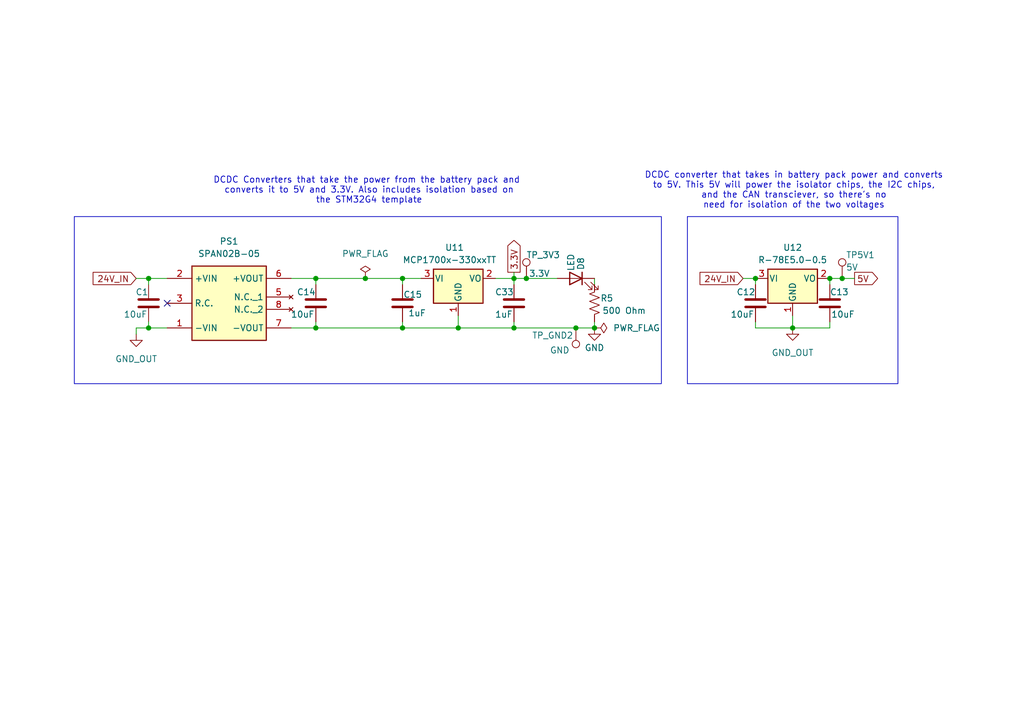
<source format=kicad_sch>
(kicad_sch
	(version 20250114)
	(generator "eeschema")
	(generator_version "9.0")
	(uuid "1c3a72f1-eda5-4a0b-b510-3c8b9a61dfb0")
	(paper "A5")
	(lib_symbols
		(symbol "Connector:TestPoint"
			(pin_numbers
				(hide yes)
			)
			(pin_names
				(offset 0.762)
				(hide yes)
			)
			(exclude_from_sim no)
			(in_bom yes)
			(on_board yes)
			(property "Reference" "TP"
				(at 0 6.858 0)
				(effects
					(font
						(size 1.27 1.27)
					)
				)
			)
			(property "Value" "TestPoint"
				(at 0 5.08 0)
				(effects
					(font
						(size 1.27 1.27)
					)
				)
			)
			(property "Footprint" ""
				(at 5.08 0 0)
				(effects
					(font
						(size 1.27 1.27)
					)
					(hide yes)
				)
			)
			(property "Datasheet" "~"
				(at 5.08 0 0)
				(effects
					(font
						(size 1.27 1.27)
					)
					(hide yes)
				)
			)
			(property "Description" "test point"
				(at 0 0 0)
				(effects
					(font
						(size 1.27 1.27)
					)
					(hide yes)
				)
			)
			(property "ki_keywords" "test point tp"
				(at 0 0 0)
				(effects
					(font
						(size 1.27 1.27)
					)
					(hide yes)
				)
			)
			(property "ki_fp_filters" "Pin* Test*"
				(at 0 0 0)
				(effects
					(font
						(size 1.27 1.27)
					)
					(hide yes)
				)
			)
			(symbol "TestPoint_0_1"
				(circle
					(center 0 3.302)
					(radius 0.762)
					(stroke
						(width 0)
						(type default)
					)
					(fill
						(type none)
					)
				)
			)
			(symbol "TestPoint_1_1"
				(pin passive line
					(at 0 0 90)
					(length 2.54)
					(name "1"
						(effects
							(font
								(size 1.27 1.27)
							)
						)
					)
					(number "1"
						(effects
							(font
								(size 1.27 1.27)
							)
						)
					)
				)
			)
			(embedded_fonts no)
		)
		(symbol "Device:C"
			(pin_numbers
				(hide yes)
			)
			(pin_names
				(offset 0.254)
			)
			(exclude_from_sim no)
			(in_bom yes)
			(on_board yes)
			(property "Reference" "C"
				(at 0.635 2.54 0)
				(effects
					(font
						(size 1.27 1.27)
					)
					(justify left)
				)
			)
			(property "Value" "C"
				(at 0.635 -2.54 0)
				(effects
					(font
						(size 1.27 1.27)
					)
					(justify left)
				)
			)
			(property "Footprint" ""
				(at 0.9652 -3.81 0)
				(effects
					(font
						(size 1.27 1.27)
					)
					(hide yes)
				)
			)
			(property "Datasheet" "~"
				(at 0 0 0)
				(effects
					(font
						(size 1.27 1.27)
					)
					(hide yes)
				)
			)
			(property "Description" "Unpolarized capacitor"
				(at 0 0 0)
				(effects
					(font
						(size 1.27 1.27)
					)
					(hide yes)
				)
			)
			(property "ki_keywords" "cap capacitor"
				(at 0 0 0)
				(effects
					(font
						(size 1.27 1.27)
					)
					(hide yes)
				)
			)
			(property "ki_fp_filters" "C_*"
				(at 0 0 0)
				(effects
					(font
						(size 1.27 1.27)
					)
					(hide yes)
				)
			)
			(symbol "C_0_1"
				(polyline
					(pts
						(xy -2.032 0.762) (xy 2.032 0.762)
					)
					(stroke
						(width 0.508)
						(type default)
					)
					(fill
						(type none)
					)
				)
				(polyline
					(pts
						(xy -2.032 -0.762) (xy 2.032 -0.762)
					)
					(stroke
						(width 0.508)
						(type default)
					)
					(fill
						(type none)
					)
				)
			)
			(symbol "C_1_1"
				(pin passive line
					(at 0 3.81 270)
					(length 2.794)
					(name "~"
						(effects
							(font
								(size 1.27 1.27)
							)
						)
					)
					(number "1"
						(effects
							(font
								(size 1.27 1.27)
							)
						)
					)
				)
				(pin passive line
					(at 0 -3.81 90)
					(length 2.794)
					(name "~"
						(effects
							(font
								(size 1.27 1.27)
							)
						)
					)
					(number "2"
						(effects
							(font
								(size 1.27 1.27)
							)
						)
					)
				)
			)
			(embedded_fonts no)
		)
		(symbol "Device:LED"
			(pin_numbers
				(hide yes)
			)
			(pin_names
				(offset 1.016)
				(hide yes)
			)
			(exclude_from_sim no)
			(in_bom yes)
			(on_board yes)
			(property "Reference" "D"
				(at 0 2.54 0)
				(effects
					(font
						(size 1.27 1.27)
					)
				)
			)
			(property "Value" "LED"
				(at 0 -2.54 0)
				(effects
					(font
						(size 1.27 1.27)
					)
				)
			)
			(property "Footprint" ""
				(at 0 0 0)
				(effects
					(font
						(size 1.27 1.27)
					)
					(hide yes)
				)
			)
			(property "Datasheet" "~"
				(at 0 0 0)
				(effects
					(font
						(size 1.27 1.27)
					)
					(hide yes)
				)
			)
			(property "Description" "Light emitting diode"
				(at 0 0 0)
				(effects
					(font
						(size 1.27 1.27)
					)
					(hide yes)
				)
			)
			(property "Sim.Pins" "1=K 2=A"
				(at 0 0 0)
				(effects
					(font
						(size 1.27 1.27)
					)
					(hide yes)
				)
			)
			(property "ki_keywords" "LED diode"
				(at 0 0 0)
				(effects
					(font
						(size 1.27 1.27)
					)
					(hide yes)
				)
			)
			(property "ki_fp_filters" "LED* LED_SMD:* LED_THT:*"
				(at 0 0 0)
				(effects
					(font
						(size 1.27 1.27)
					)
					(hide yes)
				)
			)
			(symbol "LED_0_1"
				(polyline
					(pts
						(xy -3.048 -0.762) (xy -4.572 -2.286) (xy -3.81 -2.286) (xy -4.572 -2.286) (xy -4.572 -1.524)
					)
					(stroke
						(width 0)
						(type default)
					)
					(fill
						(type none)
					)
				)
				(polyline
					(pts
						(xy -1.778 -0.762) (xy -3.302 -2.286) (xy -2.54 -2.286) (xy -3.302 -2.286) (xy -3.302 -1.524)
					)
					(stroke
						(width 0)
						(type default)
					)
					(fill
						(type none)
					)
				)
				(polyline
					(pts
						(xy -1.27 0) (xy 1.27 0)
					)
					(stroke
						(width 0)
						(type default)
					)
					(fill
						(type none)
					)
				)
				(polyline
					(pts
						(xy -1.27 -1.27) (xy -1.27 1.27)
					)
					(stroke
						(width 0.254)
						(type default)
					)
					(fill
						(type none)
					)
				)
				(polyline
					(pts
						(xy 1.27 -1.27) (xy 1.27 1.27) (xy -1.27 0) (xy 1.27 -1.27)
					)
					(stroke
						(width 0.254)
						(type default)
					)
					(fill
						(type none)
					)
				)
			)
			(symbol "LED_1_1"
				(pin passive line
					(at -3.81 0 0)
					(length 2.54)
					(name "K"
						(effects
							(font
								(size 1.27 1.27)
							)
						)
					)
					(number "1"
						(effects
							(font
								(size 1.27 1.27)
							)
						)
					)
				)
				(pin passive line
					(at 3.81 0 180)
					(length 2.54)
					(name "A"
						(effects
							(font
								(size 1.27 1.27)
							)
						)
					)
					(number "2"
						(effects
							(font
								(size 1.27 1.27)
							)
						)
					)
				)
			)
			(embedded_fonts no)
		)
		(symbol "Device:R_US"
			(pin_numbers
				(hide yes)
			)
			(pin_names
				(offset 0)
			)
			(exclude_from_sim no)
			(in_bom yes)
			(on_board yes)
			(property "Reference" "R"
				(at 2.54 0 90)
				(effects
					(font
						(size 1.27 1.27)
					)
				)
			)
			(property "Value" "R_US"
				(at -2.54 0 90)
				(effects
					(font
						(size 1.27 1.27)
					)
				)
			)
			(property "Footprint" ""
				(at 1.016 -0.254 90)
				(effects
					(font
						(size 1.27 1.27)
					)
					(hide yes)
				)
			)
			(property "Datasheet" "~"
				(at 0 0 0)
				(effects
					(font
						(size 1.27 1.27)
					)
					(hide yes)
				)
			)
			(property "Description" "Resistor, US symbol"
				(at 0 0 0)
				(effects
					(font
						(size 1.27 1.27)
					)
					(hide yes)
				)
			)
			(property "ki_keywords" "R res resistor"
				(at 0 0 0)
				(effects
					(font
						(size 1.27 1.27)
					)
					(hide yes)
				)
			)
			(property "ki_fp_filters" "R_*"
				(at 0 0 0)
				(effects
					(font
						(size 1.27 1.27)
					)
					(hide yes)
				)
			)
			(symbol "R_US_0_1"
				(polyline
					(pts
						(xy 0 2.286) (xy 0 2.54)
					)
					(stroke
						(width 0)
						(type default)
					)
					(fill
						(type none)
					)
				)
				(polyline
					(pts
						(xy 0 2.286) (xy 1.016 1.905) (xy 0 1.524) (xy -1.016 1.143) (xy 0 0.762)
					)
					(stroke
						(width 0)
						(type default)
					)
					(fill
						(type none)
					)
				)
				(polyline
					(pts
						(xy 0 0.762) (xy 1.016 0.381) (xy 0 0) (xy -1.016 -0.381) (xy 0 -0.762)
					)
					(stroke
						(width 0)
						(type default)
					)
					(fill
						(type none)
					)
				)
				(polyline
					(pts
						(xy 0 -0.762) (xy 1.016 -1.143) (xy 0 -1.524) (xy -1.016 -1.905) (xy 0 -2.286)
					)
					(stroke
						(width 0)
						(type default)
					)
					(fill
						(type none)
					)
				)
				(polyline
					(pts
						(xy 0 -2.286) (xy 0 -2.54)
					)
					(stroke
						(width 0)
						(type default)
					)
					(fill
						(type none)
					)
				)
			)
			(symbol "R_US_1_1"
				(pin passive line
					(at 0 3.81 270)
					(length 1.27)
					(name "~"
						(effects
							(font
								(size 1.27 1.27)
							)
						)
					)
					(number "1"
						(effects
							(font
								(size 1.27 1.27)
							)
						)
					)
				)
				(pin passive line
					(at 0 -3.81 90)
					(length 1.27)
					(name "~"
						(effects
							(font
								(size 1.27 1.27)
							)
						)
					)
					(number "2"
						(effects
							(font
								(size 1.27 1.27)
							)
						)
					)
				)
			)
			(embedded_fonts no)
		)
		(symbol "GTSR_symbol_lib:SPAN02B-05"
			(exclude_from_sim no)
			(in_bom yes)
			(on_board yes)
			(property "Reference" "PS"
				(at 21.59 7.62 0)
				(effects
					(font
						(size 1.27 1.27)
					)
					(justify left top)
				)
			)
			(property "Value" "SPAN02B-05"
				(at 21.59 5.08 0)
				(effects
					(font
						(size 1.27 1.27)
					)
					(justify left top)
				)
			)
			(property "Footprint" "SPAN02B05"
				(at 21.59 -94.92 0)
				(effects
					(font
						(size 1.27 1.27)
					)
					(justify left top)
					(hide yes)
				)
			)
			(property "Datasheet" "https://www.meanwell-web.com/content/files/pdfs/productPdfs/MW/SPAN02/SPAN02,DPAN02-spec.pdf"
				(at 21.59 -194.92 0)
				(effects
					(font
						(size 1.27 1.27)
					)
					(justify left top)
					(hide yes)
				)
			)
			(property "Description" "Module DC-DC 24VIN 1-OUT 5V 0.4A 2W 7-Pin SIP Module"
				(at 0 0 0)
				(effects
					(font
						(size 1.27 1.27)
					)
					(hide yes)
				)
			)
			(property "Height" "11.6"
				(at 21.59 -394.92 0)
				(effects
					(font
						(size 1.27 1.27)
					)
					(justify left top)
					(hide yes)
				)
			)
			(property "Mouser Part Number" "709-SPAN02B-05"
				(at 21.59 -494.92 0)
				(effects
					(font
						(size 1.27 1.27)
					)
					(justify left top)
					(hide yes)
				)
			)
			(property "Mouser Price/Stock" "https://www.mouser.co.uk/ProductDetail/MEAN-WELL/SPAN02B-05?qs=5aG0NVq1C4zQL7lFC84BJA%3D%3D"
				(at 21.59 -594.92 0)
				(effects
					(font
						(size 1.27 1.27)
					)
					(justify left top)
					(hide yes)
				)
			)
			(property "Manufacturer_Name" "Mean Well"
				(at 21.59 -694.92 0)
				(effects
					(font
						(size 1.27 1.27)
					)
					(justify left top)
					(hide yes)
				)
			)
			(property "Manufacturer_Part_Number" "SPAN02B-05"
				(at 21.59 -794.92 0)
				(effects
					(font
						(size 1.27 1.27)
					)
					(justify left top)
					(hide yes)
				)
			)
			(symbol "SPAN02B-05_1_1"
				(rectangle
					(start 5.08 2.54)
					(end 20.32 -12.7)
					(stroke
						(width 0.254)
						(type default)
					)
					(fill
						(type background)
					)
				)
				(pin passive line
					(at 0 0 0)
					(length 5.08)
					(name "+VIN"
						(effects
							(font
								(size 1.27 1.27)
							)
						)
					)
					(number "2"
						(effects
							(font
								(size 1.27 1.27)
							)
						)
					)
				)
				(pin passive line
					(at 0 -5.08 0)
					(length 5.08)
					(name "R.C."
						(effects
							(font
								(size 1.27 1.27)
							)
						)
					)
					(number "3"
						(effects
							(font
								(size 1.27 1.27)
							)
						)
					)
				)
				(pin passive line
					(at 0 -10.16 0)
					(length 5.08)
					(name "-VIN"
						(effects
							(font
								(size 1.27 1.27)
							)
						)
					)
					(number "1"
						(effects
							(font
								(size 1.27 1.27)
							)
						)
					)
				)
				(pin passive line
					(at 25.4 0 180)
					(length 5.08)
					(name "+VOUT"
						(effects
							(font
								(size 1.27 1.27)
							)
						)
					)
					(number "6"
						(effects
							(font
								(size 1.27 1.27)
							)
						)
					)
				)
				(pin no_connect line
					(at 25.4 -3.81 180)
					(length 5.08)
					(name "N.C._1"
						(effects
							(font
								(size 1.27 1.27)
							)
						)
					)
					(number "5"
						(effects
							(font
								(size 1.27 1.27)
							)
						)
					)
				)
				(pin no_connect line
					(at 25.4 -6.35 180)
					(length 5.08)
					(name "N.C._2"
						(effects
							(font
								(size 1.27 1.27)
							)
						)
					)
					(number "8"
						(effects
							(font
								(size 1.27 1.27)
							)
						)
					)
				)
				(pin passive line
					(at 25.4 -10.16 180)
					(length 5.08)
					(name "-VOUT"
						(effects
							(font
								(size 1.27 1.27)
							)
						)
					)
					(number "7"
						(effects
							(font
								(size 1.27 1.27)
							)
						)
					)
				)
			)
			(embedded_fonts no)
		)
		(symbol "Regulator_Linear:MCP1700x-330xxTT"
			(pin_names
				(offset 0.254)
			)
			(exclude_from_sim no)
			(in_bom yes)
			(on_board yes)
			(property "Reference" "U"
				(at -3.81 3.175 0)
				(effects
					(font
						(size 1.27 1.27)
					)
				)
			)
			(property "Value" "MCP1700x-330xxTT"
				(at 0 3.175 0)
				(effects
					(font
						(size 1.27 1.27)
					)
					(justify left)
				)
			)
			(property "Footprint" "Package_TO_SOT_SMD:SOT-23"
				(at 0 5.715 0)
				(effects
					(font
						(size 1.27 1.27)
					)
					(hide yes)
				)
			)
			(property "Datasheet" "http://ww1.microchip.com/downloads/en/DeviceDoc/20001826D.pdf"
				(at 0 0 0)
				(effects
					(font
						(size 1.27 1.27)
					)
					(hide yes)
				)
			)
			(property "Description" "250mA Low Quiscent Current LDO, 3.3V output, SOT-23"
				(at 0 0 0)
				(effects
					(font
						(size 1.27 1.27)
					)
					(hide yes)
				)
			)
			(property "ki_keywords" "regulator linear ldo"
				(at 0 0 0)
				(effects
					(font
						(size 1.27 1.27)
					)
					(hide yes)
				)
			)
			(property "ki_fp_filters" "SOT?23*"
				(at 0 0 0)
				(effects
					(font
						(size 1.27 1.27)
					)
					(hide yes)
				)
			)
			(symbol "MCP1700x-330xxTT_0_1"
				(rectangle
					(start -5.08 1.905)
					(end 5.08 -5.08)
					(stroke
						(width 0.254)
						(type default)
					)
					(fill
						(type background)
					)
				)
			)
			(symbol "MCP1700x-330xxTT_1_1"
				(pin power_in line
					(at -7.62 0 0)
					(length 2.54)
					(name "VI"
						(effects
							(font
								(size 1.27 1.27)
							)
						)
					)
					(number "3"
						(effects
							(font
								(size 1.27 1.27)
							)
						)
					)
				)
				(pin power_in line
					(at 0 -7.62 90)
					(length 2.54)
					(name "GND"
						(effects
							(font
								(size 1.27 1.27)
							)
						)
					)
					(number "1"
						(effects
							(font
								(size 1.27 1.27)
							)
						)
					)
				)
				(pin power_out line
					(at 7.62 0 180)
					(length 2.54)
					(name "VO"
						(effects
							(font
								(size 1.27 1.27)
							)
						)
					)
					(number "2"
						(effects
							(font
								(size 1.27 1.27)
							)
						)
					)
				)
			)
			(embedded_fonts no)
		)
		(symbol "power:GND"
			(power)
			(pin_numbers
				(hide yes)
			)
			(pin_names
				(offset 0)
				(hide yes)
			)
			(exclude_from_sim no)
			(in_bom yes)
			(on_board yes)
			(property "Reference" "#PWR"
				(at 0 -6.35 0)
				(effects
					(font
						(size 1.27 1.27)
					)
					(hide yes)
				)
			)
			(property "Value" "GND"
				(at 0 -3.81 0)
				(effects
					(font
						(size 1.27 1.27)
					)
				)
			)
			(property "Footprint" ""
				(at 0 0 0)
				(effects
					(font
						(size 1.27 1.27)
					)
					(hide yes)
				)
			)
			(property "Datasheet" ""
				(at 0 0 0)
				(effects
					(font
						(size 1.27 1.27)
					)
					(hide yes)
				)
			)
			(property "Description" "Power symbol creates a global label with name \"GND\" , ground"
				(at 0 0 0)
				(effects
					(font
						(size 1.27 1.27)
					)
					(hide yes)
				)
			)
			(property "ki_keywords" "global power"
				(at 0 0 0)
				(effects
					(font
						(size 1.27 1.27)
					)
					(hide yes)
				)
			)
			(symbol "GND_0_1"
				(polyline
					(pts
						(xy 0 0) (xy 0 -1.27) (xy 1.27 -1.27) (xy 0 -2.54) (xy -1.27 -1.27) (xy 0 -1.27)
					)
					(stroke
						(width 0)
						(type default)
					)
					(fill
						(type none)
					)
				)
			)
			(symbol "GND_1_1"
				(pin power_in line
					(at 0 0 270)
					(length 0)
					(name "~"
						(effects
							(font
								(size 1.27 1.27)
							)
						)
					)
					(number "1"
						(effects
							(font
								(size 1.27 1.27)
							)
						)
					)
				)
			)
			(embedded_fonts no)
		)
		(symbol "power:PWR_FLAG"
			(power)
			(pin_numbers
				(hide yes)
			)
			(pin_names
				(offset 0)
				(hide yes)
			)
			(exclude_from_sim no)
			(in_bom yes)
			(on_board yes)
			(property "Reference" "#FLG"
				(at 0 1.905 0)
				(effects
					(font
						(size 1.27 1.27)
					)
					(hide yes)
				)
			)
			(property "Value" "PWR_FLAG"
				(at 0 3.81 0)
				(effects
					(font
						(size 1.27 1.27)
					)
				)
			)
			(property "Footprint" ""
				(at 0 0 0)
				(effects
					(font
						(size 1.27 1.27)
					)
					(hide yes)
				)
			)
			(property "Datasheet" "~"
				(at 0 0 0)
				(effects
					(font
						(size 1.27 1.27)
					)
					(hide yes)
				)
			)
			(property "Description" "Special symbol for telling ERC where power comes from"
				(at 0 0 0)
				(effects
					(font
						(size 1.27 1.27)
					)
					(hide yes)
				)
			)
			(property "ki_keywords" "flag power"
				(at 0 0 0)
				(effects
					(font
						(size 1.27 1.27)
					)
					(hide yes)
				)
			)
			(symbol "PWR_FLAG_0_0"
				(pin power_out line
					(at 0 0 90)
					(length 0)
					(name "~"
						(effects
							(font
								(size 1.27 1.27)
							)
						)
					)
					(number "1"
						(effects
							(font
								(size 1.27 1.27)
							)
						)
					)
				)
			)
			(symbol "PWR_FLAG_0_1"
				(polyline
					(pts
						(xy 0 0) (xy 0 1.27) (xy -1.016 1.905) (xy 0 2.54) (xy 1.016 1.905) (xy 0 1.27)
					)
					(stroke
						(width 0)
						(type default)
					)
					(fill
						(type none)
					)
				)
			)
			(embedded_fonts no)
		)
	)
	(rectangle
		(start 15.24 44.45)
		(end 135.636 78.74)
		(stroke
			(width 0)
			(type default)
		)
		(fill
			(type none)
		)
		(uuid 910fd72d-d178-48d4-8362-4134908fd61a)
	)
	(rectangle
		(start 140.97 44.45)
		(end 184.15 78.74)
		(stroke
			(width 0)
			(type default)
		)
		(fill
			(type none)
		)
		(uuid de58dbdf-9448-40de-aed0-d3c4c4971357)
	)
	(text "DCDC Converters that take the power from the battery pack and \nconverts it to 5V and 3.3V. Also includes isolation based on\nthe STM32G4 template"
		(exclude_from_sim no)
		(at 75.692 39.116 0)
		(effects
			(font
				(size 1.27 1.27)
			)
		)
		(uuid "afa46d5f-eaa7-4d5f-b520-557b0c74caeb")
	)
	(text "DCDC converter that takes in battery pack power and converts\nto 5V. This 5V will power the isolator chips, the I2C chips,\nand the CAN transciever, so there's no\nneed for isolation of the two voltages"
		(exclude_from_sim no)
		(at 162.814 39.116 0)
		(effects
			(font
				(size 1.27 1.27)
			)
		)
		(uuid "ff121273-2d72-490c-a0f4-b7342d1da92e")
	)
	(junction
		(at 30.48 67.31)
		(diameter 0)
		(color 0 0 0 0)
		(uuid "24bb40a7-d079-4025-87cb-335c42fcd105")
	)
	(junction
		(at 172.72 57.15)
		(diameter 0)
		(color 0 0 0 0)
		(uuid "41314c8b-67dd-4b15-bd0a-9fc1f162e674")
	)
	(junction
		(at 93.98 67.31)
		(diameter 0)
		(color 0 0 0 0)
		(uuid "53c9d760-9897-4ec5-a2e7-4d3e950e2f10")
	)
	(junction
		(at 154.94 57.15)
		(diameter 0)
		(color 0 0 0 0)
		(uuid "58c0ed07-658d-4433-bd0f-471bf9d7d872")
	)
	(junction
		(at 105.41 57.15)
		(diameter 0)
		(color 0 0 0 0)
		(uuid "6400fc7c-caee-4a54-9041-20b6f6aa21e6")
	)
	(junction
		(at 64.77 67.31)
		(diameter 0)
		(color 0 0 0 0)
		(uuid "6e2a5a50-28a7-4fab-84a2-01597ba3d598")
	)
	(junction
		(at 64.77 57.15)
		(diameter 0)
		(color 0 0 0 0)
		(uuid "7a517c01-5b25-4704-8f2f-44b9d24b7f8b")
	)
	(junction
		(at 107.95 57.15)
		(diameter 0)
		(color 0 0 0 0)
		(uuid "8adaffd4-cf8e-4849-9a79-3dac408a5821")
	)
	(junction
		(at 170.18 57.15)
		(diameter 0)
		(color 0 0 0 0)
		(uuid "9491a2df-6238-4b1d-93d2-0d766b3c21ed")
	)
	(junction
		(at 82.55 57.15)
		(diameter 0)
		(color 0 0 0 0)
		(uuid "c3132159-45b5-48e0-9051-c116d13c3eab")
	)
	(junction
		(at 82.55 67.31)
		(diameter 0)
		(color 0 0 0 0)
		(uuid "c45a2f78-ce5b-4a81-99d6-3d2564d99b8d")
	)
	(junction
		(at 105.41 67.31)
		(diameter 0)
		(color 0 0 0 0)
		(uuid "d21fecc5-1ed9-491a-bab0-98295d6b4500")
	)
	(junction
		(at 121.92 67.31)
		(diameter 0)
		(color 0 0 0 0)
		(uuid "d7fffd79-b469-4162-8715-99a193d816e3")
	)
	(junction
		(at 118.11 67.31)
		(diameter 0)
		(color 0 0 0 0)
		(uuid "e6a9daca-5f68-4e7d-9dd4-719d1db7e6b3")
	)
	(junction
		(at 162.56 67.31)
		(diameter 0)
		(color 0 0 0 0)
		(uuid "e903afc0-109d-48c4-a0f9-0dc27c8670ab")
	)
	(junction
		(at 30.48 57.15)
		(diameter 0)
		(color 0 0 0 0)
		(uuid "f570e750-37d5-4d8b-9293-e9be847f409d")
	)
	(junction
		(at 74.93 57.15)
		(diameter 0)
		(color 0 0 0 0)
		(uuid "fec7a605-5e4e-42e1-84ad-6a492ad47b96")
	)
	(no_connect
		(at 34.29 62.23)
		(uuid "0fb6fa31-da06-4657-b41d-f95cb99bf1ff")
	)
	(wire
		(pts
			(xy 27.94 57.15) (xy 30.48 57.15)
		)
		(stroke
			(width 0)
			(type default)
		)
		(uuid "07b80ffa-e418-4770-9418-e6be520ac4f7")
	)
	(wire
		(pts
			(xy 152.4 57.15) (xy 154.94 57.15)
		)
		(stroke
			(width 0)
			(type default)
		)
		(uuid "0c319bc3-e2df-4c59-b9a8-9948484b092b")
	)
	(wire
		(pts
			(xy 30.48 57.15) (xy 34.29 57.15)
		)
		(stroke
			(width 0)
			(type default)
		)
		(uuid "11581483-4746-4b95-958d-d8e34f4543ce")
	)
	(wire
		(pts
			(xy 82.55 57.15) (xy 82.55 58.42)
		)
		(stroke
			(width 0)
			(type default)
		)
		(uuid "13ce701c-6905-415c-8c35-df80439ab667")
	)
	(wire
		(pts
			(xy 121.92 67.31) (xy 118.11 67.31)
		)
		(stroke
			(width 0)
			(type default)
		)
		(uuid "15a45dd8-cb15-4f26-a239-9953fe627a56")
	)
	(wire
		(pts
			(xy 170.18 57.15) (xy 170.18 58.42)
		)
		(stroke
			(width 0)
			(type default)
		)
		(uuid "17e1a7aa-8767-4fdb-a7f6-f6616300ab05")
	)
	(wire
		(pts
			(xy 30.48 66.04) (xy 30.48 67.31)
		)
		(stroke
			(width 0)
			(type default)
		)
		(uuid "1b1177f4-8936-492c-920f-189d652c930b")
	)
	(wire
		(pts
			(xy 105.41 67.31) (xy 105.41 66.04)
		)
		(stroke
			(width 0)
			(type default)
		)
		(uuid "2efa2fd7-6a72-43a6-9141-8f63e7063125")
	)
	(wire
		(pts
			(xy 101.6 57.15) (xy 105.41 57.15)
		)
		(stroke
			(width 0)
			(type default)
		)
		(uuid "3b756e21-3fb6-4dd1-bdfd-22cb3cbef2ed")
	)
	(wire
		(pts
			(xy 30.48 58.42) (xy 30.48 57.15)
		)
		(stroke
			(width 0)
			(type default)
		)
		(uuid "3c9ece10-2145-4f47-801f-69840bb31674")
	)
	(wire
		(pts
			(xy 59.69 67.31) (xy 64.77 67.31)
		)
		(stroke
			(width 0)
			(type default)
		)
		(uuid "570300a3-e7d6-4883-8fcb-f526f90a477e")
	)
	(wire
		(pts
			(xy 59.69 57.15) (xy 64.77 57.15)
		)
		(stroke
			(width 0)
			(type default)
		)
		(uuid "611e0086-7598-46c6-b41a-34f66b85c1c2")
	)
	(wire
		(pts
			(xy 93.98 67.31) (xy 93.98 64.77)
		)
		(stroke
			(width 0)
			(type default)
		)
		(uuid "63d52582-2a7f-416e-9b97-fcaadf1b79cb")
	)
	(wire
		(pts
			(xy 105.41 57.15) (xy 105.41 58.42)
		)
		(stroke
			(width 0)
			(type default)
		)
		(uuid "64d45e41-647b-4641-8a79-27ea25ae3317")
	)
	(wire
		(pts
			(xy 121.92 66.04) (xy 121.92 67.31)
		)
		(stroke
			(width 0)
			(type default)
		)
		(uuid "6e3ac31b-fc8f-43ec-9b3e-053cf57b3b96")
	)
	(wire
		(pts
			(xy 64.77 57.15) (xy 74.93 57.15)
		)
		(stroke
			(width 0)
			(type default)
		)
		(uuid "6f44af16-2bf8-4702-ae6b-8ef62709f502")
	)
	(wire
		(pts
			(xy 82.55 57.15) (xy 86.36 57.15)
		)
		(stroke
			(width 0)
			(type default)
		)
		(uuid "784db23f-5903-413e-b22b-b6fb2ac9bc8b")
	)
	(wire
		(pts
			(xy 27.94 68.58) (xy 27.94 67.31)
		)
		(stroke
			(width 0)
			(type default)
		)
		(uuid "7afce0e3-7f31-49a5-942c-ab3f86f863b7")
	)
	(wire
		(pts
			(xy 121.92 57.15) (xy 121.92 58.42)
		)
		(stroke
			(width 0)
			(type default)
		)
		(uuid "7e6d56c6-f486-4d9b-826f-a28f6078d4ac")
	)
	(wire
		(pts
			(xy 34.29 67.31) (xy 30.48 67.31)
		)
		(stroke
			(width 0)
			(type default)
		)
		(uuid "80d13a07-07da-4f65-b0e1-592ae8a47052")
	)
	(wire
		(pts
			(xy 74.93 57.15) (xy 82.55 57.15)
		)
		(stroke
			(width 0)
			(type default)
		)
		(uuid "8603e9af-9668-4ae6-9d43-7d4c81754516")
	)
	(wire
		(pts
			(xy 64.77 66.04) (xy 64.77 67.31)
		)
		(stroke
			(width 0)
			(type default)
		)
		(uuid "8e881bbb-5770-4122-bec7-6f1d9e068092")
	)
	(wire
		(pts
			(xy 162.56 67.31) (xy 170.18 67.31)
		)
		(stroke
			(width 0)
			(type default)
		)
		(uuid "8f6519eb-2d2e-4f93-a920-c5d9c37aec2a")
	)
	(wire
		(pts
			(xy 154.94 66.04) (xy 154.94 67.31)
		)
		(stroke
			(width 0)
			(type default)
		)
		(uuid "97dd4a20-e8c3-45a8-8fe3-474f1958cb1c")
	)
	(wire
		(pts
			(xy 82.55 67.31) (xy 93.98 67.31)
		)
		(stroke
			(width 0)
			(type default)
		)
		(uuid "9e997f51-6f26-4e38-ad5d-581a4f92c6b2")
	)
	(wire
		(pts
			(xy 82.55 66.04) (xy 82.55 67.31)
		)
		(stroke
			(width 0)
			(type default)
		)
		(uuid "a317b4c6-fd25-46c7-8851-27c14a35b4dd")
	)
	(wire
		(pts
			(xy 105.41 57.15) (xy 107.95 57.15)
		)
		(stroke
			(width 0)
			(type default)
		)
		(uuid "a5952b10-1412-4f02-aca3-c6b7c12f85f2")
	)
	(wire
		(pts
			(xy 154.94 67.31) (xy 162.56 67.31)
		)
		(stroke
			(width 0)
			(type default)
		)
		(uuid "ad50c732-1af4-4291-b56c-dcb4303a80f0")
	)
	(wire
		(pts
			(xy 107.95 57.15) (xy 114.3 57.15)
		)
		(stroke
			(width 0)
			(type default)
		)
		(uuid "bbc08989-551b-4fc9-9700-fba65d66b66d")
	)
	(wire
		(pts
			(xy 154.94 58.42) (xy 154.94 57.15)
		)
		(stroke
			(width 0)
			(type default)
		)
		(uuid "bd893d3f-5679-473e-9e49-74b83abcbc47")
	)
	(wire
		(pts
			(xy 172.72 57.15) (xy 175.26 57.15)
		)
		(stroke
			(width 0)
			(type default)
		)
		(uuid "d1d82f8d-ccba-45e8-b281-d4e55608ca7e")
	)
	(wire
		(pts
			(xy 64.77 67.31) (xy 82.55 67.31)
		)
		(stroke
			(width 0)
			(type default)
		)
		(uuid "d67a21df-9612-4653-95ba-6597fa61e728")
	)
	(wire
		(pts
			(xy 162.56 64.77) (xy 162.56 67.31)
		)
		(stroke
			(width 0)
			(type default)
		)
		(uuid "d8e04925-a3da-4d29-8e69-f56a1d3fcdb7")
	)
	(wire
		(pts
			(xy 93.98 67.31) (xy 105.41 67.31)
		)
		(stroke
			(width 0)
			(type default)
		)
		(uuid "dd29e816-cc59-4277-a3a7-f944598cafb6")
	)
	(wire
		(pts
			(xy 27.94 67.31) (xy 30.48 67.31)
		)
		(stroke
			(width 0)
			(type default)
		)
		(uuid "ddf2ceb9-d785-419c-8293-acaf4c8d6978")
	)
	(wire
		(pts
			(xy 118.11 67.31) (xy 105.41 67.31)
		)
		(stroke
			(width 0)
			(type default)
		)
		(uuid "de666698-d83d-4332-8c04-db9a6f566e02")
	)
	(wire
		(pts
			(xy 105.41 55.88) (xy 105.41 57.15)
		)
		(stroke
			(width 0)
			(type default)
		)
		(uuid "dfe28715-7985-42e9-a918-fe2c46284b5a")
	)
	(wire
		(pts
			(xy 64.77 57.15) (xy 64.77 58.42)
		)
		(stroke
			(width 0)
			(type default)
		)
		(uuid "e3cb89f4-d839-4cc4-a3c1-163b1a3a2736")
	)
	(wire
		(pts
			(xy 170.18 57.15) (xy 172.72 57.15)
		)
		(stroke
			(width 0)
			(type default)
		)
		(uuid "e5eaba6d-855b-4677-a480-ba68bbb546d6")
	)
	(wire
		(pts
			(xy 170.18 66.04) (xy 170.18 67.31)
		)
		(stroke
			(width 0)
			(type default)
		)
		(uuid "ee753100-5cb4-4d71-bf42-f7745a99fb3b")
	)
	(global_label "5V"
		(shape output)
		(at 175.26 57.15 0)
		(fields_autoplaced yes)
		(effects
			(font
				(size 1.27 1.27)
			)
			(justify left)
		)
		(uuid "c3e872ba-ae76-4328-b106-6d84b0c85967")
		(property "Intersheetrefs" "${INTERSHEET_REFS}"
			(at 180.5433 57.15 0)
			(effects
				(font
					(size 1.27 1.27)
				)
				(justify left)
				(hide yes)
			)
		)
	)
	(global_label "24V_IN"
		(shape input)
		(at 152.4 57.15 180)
		(fields_autoplaced yes)
		(effects
			(font
				(size 1.27 1.27)
			)
			(justify right)
		)
		(uuid "c7337363-aa95-4fa5-b4a9-d94a86936d30")
		(property "Intersheetrefs" "${INTERSHEET_REFS}"
			(at 143.0043 57.15 0)
			(effects
				(font
					(size 1.27 1.27)
				)
				(justify right)
				(hide yes)
			)
		)
	)
	(global_label "3.3V"
		(shape output)
		(at 105.41 55.88 90)
		(fields_autoplaced yes)
		(effects
			(font
				(size 1.27 1.27)
			)
			(justify left)
		)
		(uuid "e99e0800-8688-44d8-b2fb-3557d385feef")
		(property "Intersheetrefs" "${INTERSHEET_REFS}"
			(at 105.41 48.7824 90)
			(effects
				(font
					(size 1.27 1.27)
				)
				(justify left)
				(hide yes)
			)
		)
	)
	(global_label "24V_IN"
		(shape input)
		(at 27.94 57.15 180)
		(fields_autoplaced yes)
		(effects
			(font
				(size 1.27 1.27)
			)
			(justify right)
		)
		(uuid "f986e87d-7d12-4daa-b643-71123825b6bc")
		(property "Intersheetrefs" "${INTERSHEET_REFS}"
			(at 18.5443 57.15 0)
			(effects
				(font
					(size 1.27 1.27)
				)
				(justify right)
				(hide yes)
			)
		)
	)
	(symbol
		(lib_id "Regulator_Linear:MCP1700x-330xxTT")
		(at 93.98 57.15 0)
		(unit 1)
		(exclude_from_sim no)
		(in_bom yes)
		(on_board yes)
		(dnp no)
		(uuid "1a1a8c50-3941-47a6-bd00-0717ad4f0f96")
		(property "Reference" "U11"
			(at 93.218 50.8 0)
			(effects
				(font
					(size 1.27 1.27)
				)
			)
		)
		(property "Value" "MCP1700x-330xxTT"
			(at 92.202 53.34 0)
			(effects
				(font
					(size 1.27 1.27)
				)
			)
		)
		(property "Footprint" "Package_TO_SOT_SMD:SOT-23"
			(at 93.98 51.435 0)
			(effects
				(font
					(size 1.27 1.27)
				)
				(hide yes)
			)
		)
		(property "Datasheet" "https://ww1.microchip.com/downloads/en/DeviceDoc/MCP1700-Data-Sheet-20001826F.pdf"
			(at 93.98 57.15 0)
			(effects
				(font
					(size 1.27 1.27)
				)
				(hide yes)
			)
		)
		(property "Description" "250mA Low Quiscent Current LDO, 3.3V output, SOT-23"
			(at 93.98 57.15 0)
			(effects
				(font
					(size 1.27 1.27)
				)
				(hide yes)
			)
		)
		(property "DigiKey_Part_Number" ""
			(at 93.98 57.15 0)
			(effects
				(font
					(size 1.27 1.27)
				)
				(hide yes)
			)
		)
		(pin "1"
			(uuid "1b282249-2a67-466a-9228-300e7ad39d69")
		)
		(pin "3"
			(uuid "fffbec51-2835-4249-b320-847ea60dbc62")
		)
		(pin "2"
			(uuid "99eb128d-951f-45dd-bc8a-4b00d2f6544f")
		)
		(instances
			(project "POCAN"
				(path "/d46bcc44-f9c6-4279-a08a-290443f8d729/6fec35a1-7358-43e5-8cc3-e8ec3f6a6b38"
					(reference "U11")
					(unit 1)
				)
			)
		)
	)
	(symbol
		(lib_id "power:PWR_FLAG")
		(at 74.93 57.15 0)
		(unit 1)
		(exclude_from_sim no)
		(in_bom yes)
		(on_board yes)
		(dnp no)
		(fields_autoplaced yes)
		(uuid "1e75e2b0-4340-4feb-b5a1-7bb188e25acc")
		(property "Reference" "#FLG03"
			(at 74.93 55.245 0)
			(effects
				(font
					(size 1.27 1.27)
				)
				(hide yes)
			)
		)
		(property "Value" "PWR_FLAG"
			(at 74.93 52.07 0)
			(effects
				(font
					(size 1.27 1.27)
				)
			)
		)
		(property "Footprint" ""
			(at 74.93 57.15 0)
			(effects
				(font
					(size 1.27 1.27)
				)
				(hide yes)
			)
		)
		(property "Datasheet" "~"
			(at 74.93 57.15 0)
			(effects
				(font
					(size 1.27 1.27)
				)
				(hide yes)
			)
		)
		(property "Description" "Special symbol for telling ERC where power comes from"
			(at 74.93 57.15 0)
			(effects
				(font
					(size 1.27 1.27)
				)
				(hide yes)
			)
		)
		(pin "1"
			(uuid "46c08979-0bf8-4d8f-b7d2-492fdbaa568f")
		)
		(instances
			(project ""
				(path "/d46bcc44-f9c6-4279-a08a-290443f8d729/6fec35a1-7358-43e5-8cc3-e8ec3f6a6b38"
					(reference "#FLG03")
					(unit 1)
				)
			)
		)
	)
	(symbol
		(lib_id "Device:C")
		(at 64.77 62.23 0)
		(mirror x)
		(unit 1)
		(exclude_from_sim no)
		(in_bom yes)
		(on_board yes)
		(dnp no)
		(uuid "2b3203e9-fdce-468e-96d2-7ea5dfabfc3e")
		(property "Reference" "C14"
			(at 64.77 59.944 0)
			(effects
				(font
					(size 1.27 1.27)
				)
				(justify right)
			)
		)
		(property "Value" "10uF"
			(at 64.516 64.516 0)
			(effects
				(font
					(size 1.27 1.27)
				)
				(justify right)
			)
		)
		(property "Footprint" "Capacitor_SMD:C_0603_1608Metric"
			(at 65.7352 58.42 0)
			(effects
				(font
					(size 1.27 1.27)
				)
				(hide yes)
			)
		)
		(property "Datasheet" "~"
			(at 64.77 62.23 0)
			(effects
				(font
					(size 1.27 1.27)
				)
				(hide yes)
			)
		)
		(property "Description" "Unpolarized capacitor"
			(at 64.77 62.23 0)
			(effects
				(font
					(size 1.27 1.27)
				)
				(hide yes)
			)
		)
		(property "DigiKey_Part_Number" ""
			(at 64.77 62.23 0)
			(effects
				(font
					(size 1.27 1.27)
				)
				(hide yes)
			)
		)
		(pin "1"
			(uuid "880f8456-2986-4562-9b6d-bafae68c2569")
		)
		(pin "2"
			(uuid "aeeab0a2-6fdc-4690-890c-c1370f43bfb4")
		)
		(instances
			(project "POCAN"
				(path "/d46bcc44-f9c6-4279-a08a-290443f8d729/6fec35a1-7358-43e5-8cc3-e8ec3f6a6b38"
					(reference "C14")
					(unit 1)
				)
			)
		)
	)
	(symbol
		(lib_id "Device:R_US")
		(at 121.92 62.23 0)
		(mirror y)
		(unit 1)
		(exclude_from_sim no)
		(in_bom yes)
		(on_board yes)
		(dnp no)
		(uuid "32e09ccf-fbe2-48c7-8c0e-ecd582c091cc")
		(property "Reference" "R5"
			(at 124.46 61.214 0)
			(effects
				(font
					(size 1.27 1.27)
				)
			)
		)
		(property "Value" "500 Ohm"
			(at 128.016 63.754 0)
			(effects
				(font
					(size 1.27 1.27)
				)
			)
		)
		(property "Footprint" "Resistor_SMD:R_0603_1608Metric"
			(at 120.904 62.484 90)
			(effects
				(font
					(size 1.27 1.27)
				)
				(hide yes)
			)
		)
		(property "Datasheet" "~"
			(at 121.92 62.23 0)
			(effects
				(font
					(size 1.27 1.27)
				)
				(hide yes)
			)
		)
		(property "Description" "Resistor, US symbol"
			(at 121.92 62.23 0)
			(effects
				(font
					(size 1.27 1.27)
				)
				(hide yes)
			)
		)
		(property "DigiKey_Part_Number" ""
			(at 121.92 62.23 0)
			(effects
				(font
					(size 1.27 1.27)
				)
				(hide yes)
			)
		)
		(pin "2"
			(uuid "146854ed-2a3f-453c-8a21-9b7197656a0e")
		)
		(pin "1"
			(uuid "e1249fb3-7d84-4a42-8baa-ab711f66f6d7")
		)
		(instances
			(project "POCAN"
				(path "/d46bcc44-f9c6-4279-a08a-290443f8d729/6fec35a1-7358-43e5-8cc3-e8ec3f6a6b38"
					(reference "R5")
					(unit 1)
				)
			)
		)
	)
	(symbol
		(lib_id "Regulator_Linear:MCP1700x-330xxTT")
		(at 162.56 57.15 0)
		(unit 1)
		(exclude_from_sim no)
		(in_bom yes)
		(on_board yes)
		(dnp no)
		(fields_autoplaced yes)
		(uuid "3a74660b-d1e1-4f08-8c8a-97ca0129d1a6")
		(property "Reference" "U12"
			(at 162.56 50.8 0)
			(effects
				(font
					(size 1.27 1.27)
				)
			)
		)
		(property "Value" "R-78E5.0-0.5"
			(at 162.56 53.34 0)
			(effects
				(font
					(size 1.27 1.27)
				)
			)
		)
		(property "Footprint" "Converter_DCDC:Converter_DCDC_RECOM_R-78E-0.5_THT"
			(at 162.56 51.435 0)
			(effects
				(font
					(size 1.27 1.27)
				)
				(hide yes)
			)
		)
		(property "Datasheet" "https://www.recom-power.com/pdf/Innoline/R-78Exx-0.5.pdf"
			(at 162.56 57.15 0)
			(effects
				(font
					(size 1.27 1.27)
				)
				(hide yes)
			)
		)
		(property "Description" "500mA Step-Down DC/DC-Regulator, 7-28V input, 5V fixed Output Voltage, LM78xx replacement, -40°C to +85°C, SIP3"
			(at 162.56 57.15 0)
			(effects
				(font
					(size 1.27 1.27)
				)
				(hide yes)
			)
		)
		(property "DigiKey_Part_Number" ""
			(at 162.56 57.15 0)
			(effects
				(font
					(size 1.27 1.27)
				)
				(hide yes)
			)
		)
		(pin "1"
			(uuid "ea71d43c-9d1b-4fb8-8fcf-b352fdeeb950")
		)
		(pin "3"
			(uuid "b53ebbdc-d3e8-420e-b1b2-dd8c1d16f476")
		)
		(pin "2"
			(uuid "fccb5378-da01-4022-bb0c-ae07ef35185a")
		)
		(instances
			(project "POCAN"
				(path "/d46bcc44-f9c6-4279-a08a-290443f8d729/6fec35a1-7358-43e5-8cc3-e8ec3f6a6b38"
					(reference "U12")
					(unit 1)
				)
			)
		)
	)
	(symbol
		(lib_id "Device:C")
		(at 30.48 62.23 0)
		(mirror x)
		(unit 1)
		(exclude_from_sim no)
		(in_bom yes)
		(on_board yes)
		(dnp no)
		(uuid "3d066359-23e8-4053-a9ad-b2561651ec51")
		(property "Reference" "C1"
			(at 30.48 59.944 0)
			(effects
				(font
					(size 1.27 1.27)
				)
				(justify right)
			)
		)
		(property "Value" "10uF"
			(at 30.226 64.516 0)
			(effects
				(font
					(size 1.27 1.27)
				)
				(justify right)
			)
		)
		(property "Footprint" "Capacitor_SMD:C_0603_1608Metric"
			(at 31.4452 58.42 0)
			(effects
				(font
					(size 1.27 1.27)
				)
				(hide yes)
			)
		)
		(property "Datasheet" "https://www.digikey.com/en/products/detail/murata-electronics/GCM32EC71H106KA03K/6606141?gclsrc=aw.ds&gad_source=1&gad_campaignid=20509818233&gbraid=0AAAAADrbLljJR5nbLIdxh2pnbbO2JnlGO&gclid=Cj0KCQiAq7HIBhDoARIsAOATDxBd7hUbazMM4DhOZq1evVSH55br3Odtrh-KVRHLdqVG-omKVMIAvQEaAt--EALw_wcB"
			(at 30.48 62.23 0)
			(effects
				(font
					(size 1.27 1.27)
				)
				(hide yes)
			)
		)
		(property "Description" "Unpolarized capacitor"
			(at 30.48 62.23 0)
			(effects
				(font
					(size 1.27 1.27)
				)
				(hide yes)
			)
		)
		(property "DigiKey_Part_Number" ""
			(at 30.48 62.23 0)
			(effects
				(font
					(size 1.27 1.27)
				)
				(hide yes)
			)
		)
		(pin "1"
			(uuid "2a448e32-afe2-47bc-b234-41a1b512ff19")
		)
		(pin "2"
			(uuid "42924c28-5ce7-4ba0-b287-faad9b5256e0")
		)
		(instances
			(project "POCAN"
				(path "/d46bcc44-f9c6-4279-a08a-290443f8d729/6fec35a1-7358-43e5-8cc3-e8ec3f6a6b38"
					(reference "C1")
					(unit 1)
				)
			)
		)
	)
	(symbol
		(lib_id "power:GND")
		(at 27.94 68.58 0)
		(unit 1)
		(exclude_from_sim no)
		(in_bom yes)
		(on_board yes)
		(dnp no)
		(fields_autoplaced yes)
		(uuid "442ce4c2-1e26-41d0-b4b9-8780f149cb2c")
		(property "Reference" "#PWR011"
			(at 27.94 74.93 0)
			(effects
				(font
					(size 1.27 1.27)
				)
				(hide yes)
			)
		)
		(property "Value" "GND_OUT"
			(at 27.94 73.66 0)
			(effects
				(font
					(size 1.27 1.27)
				)
			)
		)
		(property "Footprint" ""
			(at 27.94 68.58 0)
			(effects
				(font
					(size 1.27 1.27)
				)
				(hide yes)
			)
		)
		(property "Datasheet" ""
			(at 27.94 68.58 0)
			(effects
				(font
					(size 1.27 1.27)
				)
				(hide yes)
			)
		)
		(property "Description" "Power symbol creates a global label with name \"GND\" , ground"
			(at 27.94 68.58 0)
			(effects
				(font
					(size 1.27 1.27)
				)
				(hide yes)
			)
		)
		(pin "1"
			(uuid "f51b3f05-e877-4a7f-8506-ee5b7bcf0d7a")
		)
		(instances
			(project "POCAN"
				(path "/d46bcc44-f9c6-4279-a08a-290443f8d729/6fec35a1-7358-43e5-8cc3-e8ec3f6a6b38"
					(reference "#PWR011")
					(unit 1)
				)
			)
		)
	)
	(symbol
		(lib_id "Connector:TestPoint")
		(at 107.95 57.15 0)
		(unit 1)
		(exclude_from_sim no)
		(in_bom yes)
		(on_board yes)
		(dnp no)
		(uuid "4b06f50f-f7f2-4543-a44f-371e9f6cd03f")
		(property "Reference" "TP_3V3"
			(at 107.95 52.324 0)
			(effects
				(font
					(size 1.27 1.27)
				)
				(justify left)
			)
		)
		(property "Value" "3.3V"
			(at 108.458 56.134 0)
			(effects
				(font
					(size 1.27 1.27)
				)
				(justify left)
			)
		)
		(property "Footprint" "TestPoint:TestPoint_Pad_D1.5mm"
			(at 113.03 57.15 0)
			(effects
				(font
					(size 1.27 1.27)
				)
				(hide yes)
			)
		)
		(property "Datasheet" "~"
			(at 113.03 57.15 0)
			(effects
				(font
					(size 1.27 1.27)
				)
				(hide yes)
			)
		)
		(property "Description" "test point"
			(at 107.95 57.15 0)
			(effects
				(font
					(size 1.27 1.27)
				)
				(hide yes)
			)
		)
		(property "DigiKey_Part_Number" ""
			(at 107.95 57.15 0)
			(effects
				(font
					(size 1.27 1.27)
				)
				(hide yes)
			)
		)
		(pin "1"
			(uuid "97ae2fdc-97aa-4d62-b2fd-24d39e66b485")
		)
		(instances
			(project "POCAN"
				(path "/d46bcc44-f9c6-4279-a08a-290443f8d729/6fec35a1-7358-43e5-8cc3-e8ec3f6a6b38"
					(reference "TP_3V3")
					(unit 1)
				)
			)
		)
	)
	(symbol
		(lib_id "Device:C")
		(at 105.41 62.23 0)
		(mirror x)
		(unit 1)
		(exclude_from_sim no)
		(in_bom yes)
		(on_board yes)
		(dnp no)
		(uuid "828b837f-ff2c-4770-a91f-acb7083d6dac")
		(property "Reference" "C33"
			(at 105.41 59.944 0)
			(effects
				(font
					(size 1.27 1.27)
				)
				(justify right)
			)
		)
		(property "Value" "1uF"
			(at 105.156 64.516 0)
			(effects
				(font
					(size 1.27 1.27)
				)
				(justify right)
			)
		)
		(property "Footprint" "Capacitor_SMD:C_0603_1608Metric"
			(at 106.3752 58.42 0)
			(effects
				(font
					(size 1.27 1.27)
				)
				(hide yes)
			)
		)
		(property "Datasheet" "~"
			(at 105.41 62.23 0)
			(effects
				(font
					(size 1.27 1.27)
				)
				(hide yes)
			)
		)
		(property "Description" "Unpolarized capacitor"
			(at 105.41 62.23 0)
			(effects
				(font
					(size 1.27 1.27)
				)
				(hide yes)
			)
		)
		(property "DigiKey_Part_Number" ""
			(at 105.41 62.23 0)
			(effects
				(font
					(size 1.27 1.27)
				)
				(hide yes)
			)
		)
		(pin "1"
			(uuid "807e80fb-608d-42bf-a0a7-bdec083a01db")
		)
		(pin "2"
			(uuid "284b0279-d398-4d83-b6b6-d4304b708b23")
		)
		(instances
			(project "POCAN"
				(path "/d46bcc44-f9c6-4279-a08a-290443f8d729/6fec35a1-7358-43e5-8cc3-e8ec3f6a6b38"
					(reference "C33")
					(unit 1)
				)
			)
		)
	)
	(symbol
		(lib_id "GTSR_symbol_lib:SPAN02B-05")
		(at 34.29 57.15 0)
		(unit 1)
		(exclude_from_sim no)
		(in_bom yes)
		(on_board yes)
		(dnp no)
		(fields_autoplaced yes)
		(uuid "9b21d7b7-f8db-40ab-9af0-55eed44418a8")
		(property "Reference" "PS1"
			(at 46.99 49.53 0)
			(effects
				(font
					(size 1.27 1.27)
				)
			)
		)
		(property "Value" "SPAN02B-05"
			(at 46.99 52.07 0)
			(effects
				(font
					(size 1.27 1.27)
				)
			)
		)
		(property "Footprint" "GTSR_KiCAD_Footprints:SPAN02B05"
			(at 55.88 152.07 0)
			(effects
				(font
					(size 1.27 1.27)
				)
				(justify left top)
				(hide yes)
			)
		)
		(property "Datasheet" "https://mm.digikey.com/Volume0/opasdata/d220001/medias/docus/2127/SPAN02%2CDPAN02_Series_Ds.pdf"
			(at 55.88 252.07 0)
			(effects
				(font
					(size 1.27 1.27)
				)
				(justify left top)
				(hide yes)
			)
		)
		(property "Description" "Module DC-DC 24VIN 1-OUT 5V 0.4A 2W 7-Pin SIP Module"
			(at 34.29 57.15 0)
			(effects
				(font
					(size 1.27 1.27)
				)
				(hide yes)
			)
		)
		(property "Height" "11.6"
			(at 55.88 452.07 0)
			(effects
				(font
					(size 1.27 1.27)
				)
				(justify left top)
				(hide yes)
			)
		)
		(property "Mouser Part Number" "709-SPAN02B-05"
			(at 55.88 552.07 0)
			(effects
				(font
					(size 1.27 1.27)
				)
				(justify left top)
				(hide yes)
			)
		)
		(property "Mouser Price/Stock" "https://www.mouser.co.uk/ProductDetail/MEAN-WELL/SPAN02B-05?qs=5aG0NVq1C4zQL7lFC84BJA%3D%3D"
			(at 55.88 652.07 0)
			(effects
				(font
					(size 1.27 1.27)
				)
				(justify left top)
				(hide yes)
			)
		)
		(property "Manufacturer_Name" "Mean Well"
			(at 55.88 752.07 0)
			(effects
				(font
					(size 1.27 1.27)
				)
				(justify left top)
				(hide yes)
			)
		)
		(property "Manufacturer_Part_Number" "SPAN02B-05"
			(at 55.88 852.07 0)
			(effects
				(font
					(size 1.27 1.27)
				)
				(justify left top)
				(hide yes)
			)
		)
		(property "DigiKey_Part_Number" ""
			(at 34.29 57.15 0)
			(effects
				(font
					(size 1.27 1.27)
				)
				(hide yes)
			)
		)
		(pin "7"
			(uuid "966558f1-31d8-4843-b187-9548a83a0103")
		)
		(pin "5"
			(uuid "0e9a8c37-8bf7-4a6e-afde-165c14a2509e")
		)
		(pin "8"
			(uuid "d08e9d66-6eb7-48af-b880-8c7a6995054a")
		)
		(pin "1"
			(uuid "382b809b-ae0c-45c8-8900-401505ab23a0")
		)
		(pin "3"
			(uuid "84ad1d3d-2d78-4492-babd-7abe231d3c21")
		)
		(pin "6"
			(uuid "72d36b5b-d664-4de7-ab70-de1190ed8759")
		)
		(pin "2"
			(uuid "0244335b-c2e0-495d-ba1e-2dc25f5d2c4b")
		)
		(instances
			(project "POCAN"
				(path "/d46bcc44-f9c6-4279-a08a-290443f8d729/6fec35a1-7358-43e5-8cc3-e8ec3f6a6b38"
					(reference "PS1")
					(unit 1)
				)
			)
		)
	)
	(symbol
		(lib_id "power:GND")
		(at 162.56 67.31 0)
		(unit 1)
		(exclude_from_sim no)
		(in_bom yes)
		(on_board yes)
		(dnp no)
		(fields_autoplaced yes)
		(uuid "a51ca282-a27d-4e45-a582-878e48422ed0")
		(property "Reference" "#PWR028"
			(at 162.56 73.66 0)
			(effects
				(font
					(size 1.27 1.27)
				)
				(hide yes)
			)
		)
		(property "Value" "GND_OUT"
			(at 162.56 72.39 0)
			(effects
				(font
					(size 1.27 1.27)
				)
			)
		)
		(property "Footprint" ""
			(at 162.56 67.31 0)
			(effects
				(font
					(size 1.27 1.27)
				)
				(hide yes)
			)
		)
		(property "Datasheet" ""
			(at 162.56 67.31 0)
			(effects
				(font
					(size 1.27 1.27)
				)
				(hide yes)
			)
		)
		(property "Description" "Power symbol creates a global label with name \"GND\" , ground"
			(at 162.56 67.31 0)
			(effects
				(font
					(size 1.27 1.27)
				)
				(hide yes)
			)
		)
		(pin "1"
			(uuid "f2984c3a-ebfe-4bd7-b282-1f21e172aca6")
		)
		(instances
			(project "POCAN"
				(path "/d46bcc44-f9c6-4279-a08a-290443f8d729/6fec35a1-7358-43e5-8cc3-e8ec3f6a6b38"
					(reference "#PWR028")
					(unit 1)
				)
			)
		)
	)
	(symbol
		(lib_id "power:GND")
		(at 121.92 67.31 0)
		(unit 1)
		(exclude_from_sim no)
		(in_bom yes)
		(on_board yes)
		(dnp no)
		(uuid "aa8cc93f-95d0-4ed4-9c56-5dea485dd71f")
		(property "Reference" "#PWR068"
			(at 121.92 73.66 0)
			(effects
				(font
					(size 1.27 1.27)
				)
				(hide yes)
			)
		)
		(property "Value" "GND"
			(at 121.92 71.374 0)
			(effects
				(font
					(size 1.27 1.27)
				)
			)
		)
		(property "Footprint" ""
			(at 121.92 67.31 0)
			(effects
				(font
					(size 1.27 1.27)
				)
				(hide yes)
			)
		)
		(property "Datasheet" ""
			(at 121.92 67.31 0)
			(effects
				(font
					(size 1.27 1.27)
				)
				(hide yes)
			)
		)
		(property "Description" "Power symbol creates a global label with name \"GND\" , ground"
			(at 121.92 67.31 0)
			(effects
				(font
					(size 1.27 1.27)
				)
				(hide yes)
			)
		)
		(pin "1"
			(uuid "854d5ac6-b83a-4759-954d-297a667173b2")
		)
		(instances
			(project "POCAN"
				(path "/d46bcc44-f9c6-4279-a08a-290443f8d729/6fec35a1-7358-43e5-8cc3-e8ec3f6a6b38"
					(reference "#PWR068")
					(unit 1)
				)
			)
		)
	)
	(symbol
		(lib_id "power:PWR_FLAG")
		(at 121.92 67.31 270)
		(unit 1)
		(exclude_from_sim no)
		(in_bom yes)
		(on_board yes)
		(dnp no)
		(fields_autoplaced yes)
		(uuid "c1032f31-c5fd-49fc-98aa-1bcba3cbf997")
		(property "Reference" "#FLG025"
			(at 123.825 67.31 0)
			(effects
				(font
					(size 1.27 1.27)
				)
				(hide yes)
			)
		)
		(property "Value" "PWR_FLAG"
			(at 125.73 67.3099 90)
			(effects
				(font
					(size 1.27 1.27)
				)
				(justify left)
			)
		)
		(property "Footprint" ""
			(at 121.92 67.31 0)
			(effects
				(font
					(size 1.27 1.27)
				)
				(hide yes)
			)
		)
		(property "Datasheet" "~"
			(at 121.92 67.31 0)
			(effects
				(font
					(size 1.27 1.27)
				)
				(hide yes)
			)
		)
		(property "Description" "Special symbol for telling ERC where power comes from"
			(at 121.92 67.31 0)
			(effects
				(font
					(size 1.27 1.27)
				)
				(hide yes)
			)
		)
		(pin "1"
			(uuid "f3e4d5c1-6177-48a3-b1bf-2f3462d3fb1b")
		)
		(instances
			(project "POCAN"
				(path "/d46bcc44-f9c6-4279-a08a-290443f8d729/6fec35a1-7358-43e5-8cc3-e8ec3f6a6b38"
					(reference "#FLG025")
					(unit 1)
				)
			)
		)
	)
	(symbol
		(lib_id "Connector:TestPoint")
		(at 172.72 57.15 0)
		(unit 1)
		(exclude_from_sim no)
		(in_bom yes)
		(on_board yes)
		(dnp no)
		(uuid "db968aac-04a6-467d-9aac-63887d9646e1")
		(property "Reference" "TP5V1"
			(at 173.482 52.324 0)
			(effects
				(font
					(size 1.27 1.27)
				)
				(justify left)
			)
		)
		(property "Value" "5V"
			(at 173.482 54.864 0)
			(effects
				(font
					(size 1.27 1.27)
				)
				(justify left)
			)
		)
		(property "Footprint" "TestPoint:TestPoint_Pad_D1.5mm"
			(at 177.8 57.15 0)
			(effects
				(font
					(size 1.27 1.27)
				)
				(hide yes)
			)
		)
		(property "Datasheet" "~"
			(at 177.8 57.15 0)
			(effects
				(font
					(size 1.27 1.27)
				)
				(hide yes)
			)
		)
		(property "Description" "test point"
			(at 172.72 57.15 0)
			(effects
				(font
					(size 1.27 1.27)
				)
				(hide yes)
			)
		)
		(property "DigiKey_Part_Number" ""
			(at 172.72 57.15 0)
			(effects
				(font
					(size 1.27 1.27)
				)
				(hide yes)
			)
		)
		(pin "1"
			(uuid "09393329-aeca-457a-a435-1388c54eca54")
		)
		(instances
			(project "POCAN"
				(path "/d46bcc44-f9c6-4279-a08a-290443f8d729/6fec35a1-7358-43e5-8cc3-e8ec3f6a6b38"
					(reference "TP5V1")
					(unit 1)
				)
			)
		)
	)
	(symbol
		(lib_id "Device:LED")
		(at 118.11 57.15 0)
		(mirror y)
		(unit 1)
		(exclude_from_sim no)
		(in_bom yes)
		(on_board yes)
		(dnp no)
		(uuid "dbc32bdf-c24d-496e-b925-7218091f6421")
		(property "Reference" "D8"
			(at 119.126 54.102 90)
			(effects
				(font
					(size 1.27 1.27)
				)
			)
		)
		(property "Value" "LED"
			(at 117.094 53.848 90)
			(effects
				(font
					(size 1.27 1.27)
				)
			)
		)
		(property "Footprint" "LED_SMD:LED_0603_1608Metric"
			(at 118.11 57.15 0)
			(effects
				(font
					(size 1.27 1.27)
				)
				(hide yes)
			)
		)
		(property "Datasheet" "~"
			(at 118.11 57.15 0)
			(effects
				(font
					(size 1.27 1.27)
				)
				(hide yes)
			)
		)
		(property "Description" "Light emitting diode"
			(at 118.11 57.15 0)
			(effects
				(font
					(size 1.27 1.27)
				)
				(hide yes)
			)
		)
		(property "DigiKey_Part_Number" ""
			(at 118.11 57.15 90)
			(effects
				(font
					(size 1.27 1.27)
				)
				(hide yes)
			)
		)
		(property "Sim.Pins" "1=K 2=A"
			(at 118.11 57.15 0)
			(effects
				(font
					(size 1.27 1.27)
				)
				(hide yes)
			)
		)
		(pin "1"
			(uuid "ea58258a-b3a6-4a27-a2b4-ee8ee4ea4f5d")
		)
		(pin "2"
			(uuid "f66422fc-128b-485a-985d-1e731568dc45")
		)
		(instances
			(project "POCAN"
				(path "/d46bcc44-f9c6-4279-a08a-290443f8d729/6fec35a1-7358-43e5-8cc3-e8ec3f6a6b38"
					(reference "D8")
					(unit 1)
				)
			)
		)
	)
	(symbol
		(lib_id "Connector:TestPoint")
		(at 118.11 67.31 180)
		(unit 1)
		(exclude_from_sim no)
		(in_bom yes)
		(on_board yes)
		(dnp no)
		(uuid "e7d6133f-574a-4a7a-aadc-4deb5e563e78")
		(property "Reference" "TP_GND2"
			(at 117.602 68.834 0)
			(effects
				(font
					(size 1.27 1.27)
				)
				(justify left)
			)
		)
		(property "Value" "GND"
			(at 116.84 71.882 0)
			(effects
				(font
					(size 1.27 1.27)
				)
				(justify left)
			)
		)
		(property "Footprint" "TestPoint:TestPoint_Pad_D1.5mm"
			(at 113.03 67.31 0)
			(effects
				(font
					(size 1.27 1.27)
				)
				(hide yes)
			)
		)
		(property "Datasheet" "~"
			(at 113.03 67.31 0)
			(effects
				(font
					(size 1.27 1.27)
				)
				(hide yes)
			)
		)
		(property "Description" "test point"
			(at 118.11 67.31 0)
			(effects
				(font
					(size 1.27 1.27)
				)
				(hide yes)
			)
		)
		(property "DigiKey_Part_Number" ""
			(at 118.11 67.31 0)
			(effects
				(font
					(size 1.27 1.27)
				)
				(hide yes)
			)
		)
		(pin "1"
			(uuid "e03375c8-1339-4ea1-85d3-ec2651d79703")
		)
		(instances
			(project "POCAN"
				(path "/d46bcc44-f9c6-4279-a08a-290443f8d729/6fec35a1-7358-43e5-8cc3-e8ec3f6a6b38"
					(reference "TP_GND2")
					(unit 1)
				)
			)
		)
	)
	(symbol
		(lib_id "Device:C")
		(at 154.94 62.23 0)
		(mirror x)
		(unit 1)
		(exclude_from_sim no)
		(in_bom yes)
		(on_board yes)
		(dnp no)
		(uuid "ea2c1dbd-2eca-463f-9d8d-2fad1c17c363")
		(property "Reference" "C12"
			(at 154.94 59.944 0)
			(effects
				(font
					(size 1.27 1.27)
				)
				(justify right)
			)
		)
		(property "Value" "10uF"
			(at 154.686 64.516 0)
			(effects
				(font
					(size 1.27 1.27)
				)
				(justify right)
			)
		)
		(property "Footprint" "Capacitor_SMD:C_0603_1608Metric"
			(at 155.9052 58.42 0)
			(effects
				(font
					(size 1.27 1.27)
				)
				(hide yes)
			)
		)
		(property "Datasheet" "https://www.digikey.com/en/products/detail/murata-electronics/GCM32EC71H106KA03K/6606141?gclsrc=aw.ds&gad_source=1&gad_campaignid=20509818233&gbraid=0AAAAADrbLljJR5nbLIdxh2pnbbO2JnlGO&gclid=Cj0KCQiAq7HIBhDoARIsAOATDxBd7hUbazMM4DhOZq1evVSH55br3Odtrh-KVRHLdqVG-omKVMIAvQEaAt--EALw_wcB"
			(at 154.94 62.23 0)
			(effects
				(font
					(size 1.27 1.27)
				)
				(hide yes)
			)
		)
		(property "Description" "Unpolarized capacitor"
			(at 154.94 62.23 0)
			(effects
				(font
					(size 1.27 1.27)
				)
				(hide yes)
			)
		)
		(property "DigiKey_Part_Number" ""
			(at 154.94 62.23 0)
			(effects
				(font
					(size 1.27 1.27)
				)
				(hide yes)
			)
		)
		(pin "1"
			(uuid "2589c4d2-9769-486d-9974-62bc156d67eb")
		)
		(pin "2"
			(uuid "3e4a91fd-940c-49a0-91a6-9d9200b24ccf")
		)
		(instances
			(project "POCAN"
				(path "/d46bcc44-f9c6-4279-a08a-290443f8d729/6fec35a1-7358-43e5-8cc3-e8ec3f6a6b38"
					(reference "C12")
					(unit 1)
				)
			)
		)
	)
	(symbol
		(lib_id "Device:C")
		(at 170.18 62.23 180)
		(unit 1)
		(exclude_from_sim no)
		(in_bom yes)
		(on_board yes)
		(dnp no)
		(uuid "f433a87e-391e-4ae8-a74d-63b23ae3faec")
		(property "Reference" "C13"
			(at 170.18 59.944 0)
			(effects
				(font
					(size 1.27 1.27)
				)
				(justify right)
			)
		)
		(property "Value" "10uF"
			(at 170.434 64.516 0)
			(effects
				(font
					(size 1.27 1.27)
				)
				(justify right)
			)
		)
		(property "Footprint" "Capacitor_SMD:C_0603_1608Metric"
			(at 169.2148 58.42 0)
			(effects
				(font
					(size 1.27 1.27)
				)
				(hide yes)
			)
		)
		(property "Datasheet" "~"
			(at 170.18 62.23 0)
			(effects
				(font
					(size 1.27 1.27)
				)
				(hide yes)
			)
		)
		(property "Description" "Unpolarized capacitor"
			(at 170.18 62.23 0)
			(effects
				(font
					(size 1.27 1.27)
				)
				(hide yes)
			)
		)
		(property "DigiKey_Part_Number" ""
			(at 170.18 62.23 0)
			(effects
				(font
					(size 1.27 1.27)
				)
				(hide yes)
			)
		)
		(pin "1"
			(uuid "75985fa6-77f2-4ce8-8c52-739f188d08dc")
		)
		(pin "2"
			(uuid "b0dd3e87-6ffa-489f-9bed-50e8026a7e6a")
		)
		(instances
			(project "POCAN"
				(path "/d46bcc44-f9c6-4279-a08a-290443f8d729/6fec35a1-7358-43e5-8cc3-e8ec3f6a6b38"
					(reference "C13")
					(unit 1)
				)
			)
		)
	)
	(symbol
		(lib_id "Device:C")
		(at 82.55 62.23 0)
		(mirror x)
		(unit 1)
		(exclude_from_sim no)
		(in_bom yes)
		(on_board yes)
		(dnp no)
		(uuid "fbdc314e-6600-48da-aec6-f9a3b7b41968")
		(property "Reference" "C15"
			(at 86.614 60.452 0)
			(effects
				(font
					(size 1.27 1.27)
				)
				(justify right)
			)
		)
		(property "Value" "1uF"
			(at 87.376 64.262 0)
			(effects
				(font
					(size 1.27 1.27)
				)
				(justify right)
			)
		)
		(property "Footprint" "Capacitor_SMD:C_0603_1608Metric"
			(at 83.5152 58.42 0)
			(effects
				(font
					(size 1.27 1.27)
				)
				(hide yes)
			)
		)
		(property "Datasheet" "~"
			(at 82.55 62.23 0)
			(effects
				(font
					(size 1.27 1.27)
				)
				(hide yes)
			)
		)
		(property "Description" "Unpolarized capacitor"
			(at 82.55 62.23 0)
			(effects
				(font
					(size 1.27 1.27)
				)
				(hide yes)
			)
		)
		(property "DigiKey_Part_Number" ""
			(at 82.55 62.23 0)
			(effects
				(font
					(size 1.27 1.27)
				)
				(hide yes)
			)
		)
		(pin "1"
			(uuid "a9f27f5a-9bf7-4098-8c92-3c3f9115843b")
		)
		(pin "2"
			(uuid "cc33d4e2-f339-4033-b188-cc4bf9a5c69d")
		)
		(instances
			(project "POCAN"
				(path "/d46bcc44-f9c6-4279-a08a-290443f8d729/6fec35a1-7358-43e5-8cc3-e8ec3f6a6b38"
					(reference "C15")
					(unit 1)
				)
			)
		)
	)
)

</source>
